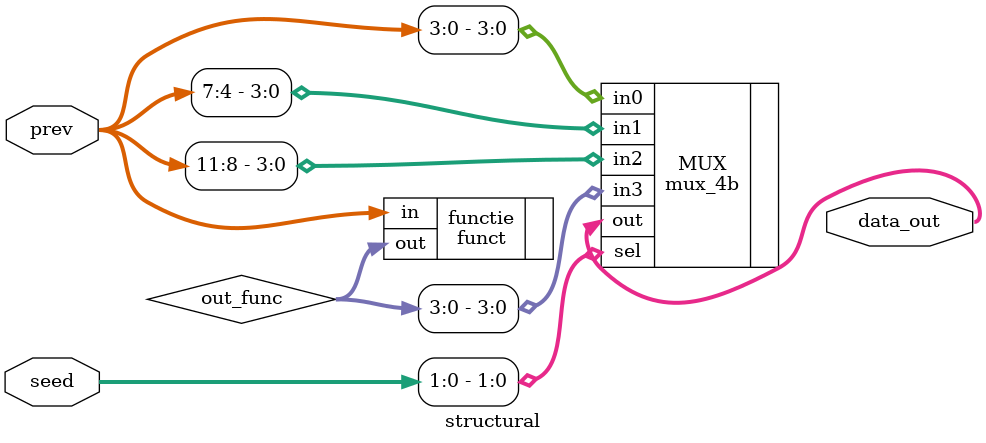
<source format=v>
`timescale 1ns / 1ps


module structural(

    input [11:0] seed,
    input [11:0] prev,
    output [3:0] data_out

    );
    
    wire [11:0] out_func;
    
    funct functie(

    .in(prev),
    .out(out_func)

    );
    
    mux_4b MUX(

    .in0(prev[3:0]),
    .in1(prev[7:4]),
    .in2(prev[11:8]),
    .in3(out_func[3:0]),
    .sel(seed[1:0]),
    .out(data_out)

    );
    
    
endmodule

</source>
